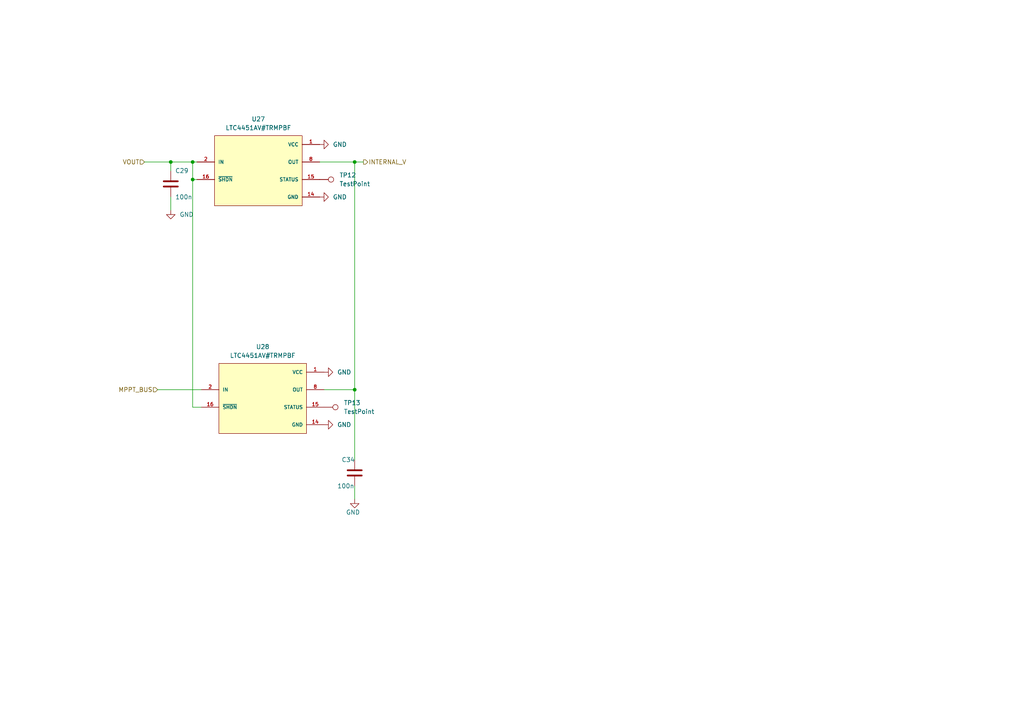
<source format=kicad_sch>
(kicad_sch (version 20211123) (generator eeschema)
  (paper "A4")
  (lib_symbols
    (symbol "Connector:TestPoint" (pin_numbers hide) (pin_names (offset 0.762) hide)
      (property "Reference" "TP" (at 0 6.858 0))
      (property "Value" "TestPoint" (at 0 5.08 0))
      (symbol "TestPoint_0_1"
        (circle (center 0 3.302) (radius 0.762))
      )
      (symbol "TestPoint_1_1"
        (pin passive line (at 0 0 90) (length 2.54) (name "1") (number "1"))
      )
    )
    (symbol "Device:C" (pin_numbers hide) (pin_names (offset 0.254))
      (property "Reference" "C" (at 0.635 2.54 0))
      (property "Value" "C" (at 0.635 -2.54 0))
      (symbol "C_0_1"
        (polyline (pts (xy -2.032 -0.762) (xy 2.032 -0.762)) (stroke (width 0.508)))
        (polyline (pts (xy -2.032 0.762) (xy 2.032 0.762)) (stroke (width 0.508)))
      )
      (symbol "C_1_1"
        (pin passive line (at 0 3.81 270) (length 2.794) (name "~") (number "1"))
        (pin passive line (at 0 -3.81 90) (length 2.794) (name "~") (number "2"))
      )
    )
    (symbol "STS_Power_Management:LTC4451AV#TRMPBF" (pin_names (offset 1.016))
      (property "Reference" "U" (at -12.7 10.922 0))
      (property "Value" "LTC4451AV#TRMPBF" (at -12.7 -12.7 0))
      (symbol "LTC4451AV#TRMPBF_0_0"
        (rectangle (start -12.7 -10.16) (end 12.7 10.16) (stroke (width 0.1524)) (fill (type background)))
        (pin power_in line (at 17.78 7.62 180) (length 5.08) (name "VCC") (number "1"))
        (pin passive line (at 17.78 -7.62 180) (length 5.08) (name "GND") (number "14"))
        (pin output line (at 17.78 -2.54 180) (length 5.08) (name "STATUS") (number "15"))
        (pin input line (at -17.78 -2.54 0) (length 5.08) (name "~{SHDN}") (number "16"))
        (pin input line (at -17.78 2.54 0) (length 5.08) (name "IN") (number "2"))
        (pin power_out line (at 17.78 2.54 180) (length 5.08) (name "OUT") (number "8"))
      )
    )
    (symbol "power:GND" (power) (pin_names (offset 0))
      (property "Value" "GND" (at 0 -3.81 0))
      (symbol "GND_0_1"
        (polyline (pts (xy 0 0) (xy 0 -1.27) (xy 1.27 -1.27) (xy 0 -2.54) (xy -1.27 -1.27) (xy 0 -1.27)))
      )
      (symbol "GND_1_1"
        (pin power_in line (at 0 0 270) (length 0) hide (name "GND") (number "1"))
      )
    )
  )
  (junction (at 49.53 46.99))
  (junction (at 55.88 46.99))
  (junction (at 102.87 46.99))
  (junction (at 102.87 113.03))
  (junction (at 55.88 52.07))
  (wire (pts (xy 55.88 52.07) (xy 55.88 46.99)))
  (wire (pts (xy 102.87 140.97) (xy 102.87 144.78)))
  (wire (pts (xy 49.53 57.15) (xy 49.53 60.96)))
  (wire (pts (xy 49.53 46.99) (xy 55.88 46.99)))
  (wire (pts (xy 55.88 46.99) (xy 57.15 46.99)))
  (wire (pts (xy 102.87 46.99) (xy 102.87 113.03)))
  (wire (pts (xy 49.53 46.99) (xy 49.53 49.53)))
  (wire (pts (xy 41.91 46.99) (xy 49.53 46.99)))
  (wire (pts (xy 55.88 118.11) (xy 58.42 118.11)))
  (wire (pts (xy 102.87 113.03) (xy 102.87 133.35)))
  (wire (pts (xy 45.72 113.03) (xy 58.42 113.03)))
  (wire (pts (xy 57.15 52.07) (xy 55.88 52.07)))
  (wire (pts (xy 102.87 113.03) (xy 93.98 113.03)))
  (wire (pts (xy 102.87 46.99) (xy 105.41 46.99)))
  (wire (pts (xy 55.88 52.07) (xy 55.88 118.11)))
  (wire (pts (xy 92.71 46.99) (xy 102.87 46.99)))
  (hierarchical_label "MPPT_BUS" (shape input) (at 45.72 113.03 180))
  (hierarchical_label "INTERNAL_V" (shape output) (at 105.41 46.99 0))
  (hierarchical_label "VOUT" (shape input) (at 41.91 46.99 180))
  (symbol (lib_id "power:GND") (at 49.53 60.96 0) (unit 1)
    (property "Reference" "#PWR050" (effects hide))
    (property "Value" "GND" (at 52.07 62.2299 0) (effects (justify left)))
  )
  (symbol (lib_id "power:GND") (at 92.71 57.15 90) (unit 1)
    (property "Reference" "#PWR082" (effects hide))
    (property "Value" "GND" (at 96.52 57.1499 90) (effects (justify right)))
  )
  (symbol (lib_id "power:GND") (at 93.98 123.19 90) (unit 1)
    (property "Reference" "#PWR085" (effects hide))
    (property "Value" "GND" (at 97.79 123.1899 90) (effects (justify right)))
  )
  (symbol (lib_id "Connector:TestPoint") (at 92.71 52.07 270) (unit 1)
    (property "Reference" "TP12" (at 98.425 50.7999 90) (effects (justify left)))
    (property "Value" "TestPoint" (at 98.425 53.3399 90) (effects (justify left)))
    (property "Footprint" "TestPoint:TestPoint_THTPad_D1.0mm_Drill0.5mm" (effects hide))
  )
  (symbol (lib_id "STS_Power_Management:LTC4451AV#TRMPBF") (at 76.2 115.57 0) (unit 1)
    (property "Reference" "U28" (at 76.2 100.584 0))
    (property "Value" "LTC4451AV#TRMPBF" (at 76.2 103.124 0))
    (property "Footprint" "STS_Package_DFN_QFN:AD_LQFN-16" (effects hide))
    (property "MANUFACTURER" "Analog Devices" (effects hide))
    (property "PARTREV" "0" (effects hide))
    (property "STANDARD" "Manufacturer Recommendations" (effects hide))
    (property "MAXIMUM_PACKAGE_HEIGHT" "0.85 mm" (effects hide))
  )
  (symbol (lib_id "STS_Power_Management:LTC4451AV#TRMPBF") (at 74.93 49.53 0) (unit 1)
    (property "Reference" "U27" (at 74.93 34.544 0))
    (property "Value" "LTC4451AV#TRMPBF" (at 74.93 37.084 0))
    (property "Footprint" "STS_Package_DFN_QFN:AD_LQFN-16" (effects hide))
    (property "MANUFACTURER" "Analog Devices" (effects hide))
    (property "PARTREV" "0" (effects hide))
    (property "STANDARD" "Manufacturer Recommendations" (effects hide))
    (property "MAXIMUM_PACKAGE_HEIGHT" "0.85 mm" (effects hide))
  )
  (symbol (lib_id "power:GND") (at 92.71 41.91 90) (unit 1)
    (property "Reference" "#PWR053" (effects hide))
    (property "Value" "GND" (at 96.52 41.9099 90) (effects (justify right)))
  )
  (symbol (lib_id "Connector:TestPoint") (at 93.98 118.11 270) (unit 1)
    (property "Reference" "TP13" (at 99.695 116.8399 90) (effects (justify left)))
    (property "Value" "TestPoint" (at 99.695 119.3799 90) (effects (justify left)))
    (property "Footprint" "TestPoint:TestPoint_THTPad_D1.0mm_Drill0.5mm" (effects hide))
  )
  (symbol (lib_id "power:GND") (at 102.87 144.78 0) (unit 1)
    (property "Reference" "#PWR086" (effects hide))
    (property "Value" "GND" (at 100.33 148.59 0) (effects (justify left)))
  )
  (symbol (lib_id "Device:C") (at 49.53 53.34 0) (unit 1)
    (property "Reference" "C29" (at 50.8 49.53 0) (effects (justify left)))
    (property "Value" "100n" (at 50.8 57.15 0) (effects (justify left)))
    (property "Footprint" "Capacitor_SMD:C_0805_2012Metric" (effects hide))
  )
  (symbol (lib_id "power:GND") (at 93.98 107.95 90) (unit 1)
    (property "Reference" "#PWR083" (effects hide))
    (property "Value" "GND" (at 97.79 107.9499 90) (effects (justify right)))
  )
  (symbol (lib_id "Device:C") (at 102.87 137.16 0) (unit 1)
    (property "Reference" "C34" (at 99.06 133.35 0) (effects (justify left)))
    (property "Value" "100n" (at 97.79 140.97 0) (effects (justify left)))
    (property "Footprint" "Capacitor_SMD:C_0805_2012Metric" (effects hide))
  )
)
</source>
